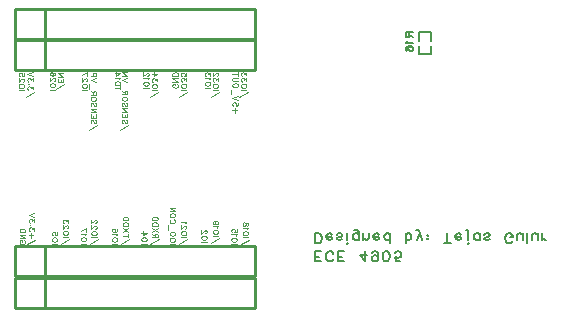
<source format=gbo>
G04 Layer: BottomSilkscreenLayer*
G04 EasyEDA Pro v2.1.42.467b0aa0, 2024-01-03 14:17:13*
G04 Gerber Generator version 0.3*
G04 Scale: 100 percent, Rotated: No, Reflected: No*
G04 Dimensions in millimeters*
G04 Leading zeros omitted, absolute positions, 3 integers and 5 decimals*
%FSLAX35Y35*%
%MOMM*%
%ADD10C,0.0762*%
%ADD11C,0.2032*%
%ADD12C,0.1524*%
%ADD13C,0.254*%
G75*


G04 Text Start*
G54D10*
G01X2711450Y795528D02*
G01X2642870Y756920D01*
G01X2696464Y832612D02*
G01X2657856Y832612D01*
G01X2677160Y813562D02*
G01X2677160Y851916D01*
G01X2702814Y874014D02*
G01X2702814Y897636D01*
G01X2685796Y884936D01*
G01Y891286D01*
G01X2683510Y895604D01*
G01X2681478Y897636D01*
G01X2675128Y899922D01*
G01X2670810D01*
G01X2664206Y897636D01*
G01X2659888Y893318D01*
G01X2657856Y886968D01*
G01Y880618D01*
G01X2659888Y874014D01*
G01X2662174Y871982D01*
G01X2666492Y869950D01*
G01X2668524Y919988D02*
G01X2666492Y917956D01*
G01X2664206Y919988D01*
G01X2666492Y922020D01*
G01X2668524Y919988D01*
G01X2702814Y944118D02*
G01X2702814Y967740D01*
G01X2685796Y955040D01*
G01Y961390D01*
G01X2683510Y965708D01*
G01X2681478Y967740D01*
G01X2675128Y970026D01*
G01X2670810D01*
G01X2664206Y967740D01*
G01X2659888Y963422D01*
G01X2657856Y957072D01*
G01Y950722D01*
G01X2659888Y944118D01*
G01X2662174Y942086D01*
G01X2666492Y940054D01*
G01X2702814Y988060D02*
G01X2657856Y1005078D01*
G01X2702814Y1022350D02*
G01X2657856Y1005078D01*
G01X2614676Y791718D02*
G01X2618994Y789432D01*
G01X2623312Y785114D01*
G01X2625344Y780796D01*
G01Y772414D01*
G01X2623312Y768096D01*
G01X2618994Y763778D01*
G01X2614676Y761492D01*
G01X2608326Y759460D01*
G01X2597658D01*
G01X2591054Y761492D01*
G01X2586736Y763778D01*
G01X2582418Y768096D01*
G01X2580386Y772414D01*
G01Y780796D01*
G01X2582418Y785114D01*
G01X2586736Y789432D01*
G01X2591054Y791718D01*
G01X2597658D01*
G01X2597658Y780796D02*
G01X2597658Y791718D01*
G01X2625344Y809752D02*
G01X2580386Y809752D01*
G01X2625344Y809752D02*
G01X2580386Y839724D01*
G01X2625344Y839724D02*
G01X2580386Y839724D01*
G01X2625344Y857758D02*
G01X2580386Y857758D01*
G01X2625344Y857758D02*
G01X2625344Y872744D01*
G01X2623312Y879094D01*
G01X2618994Y883412D01*
G01X2614676Y885444D01*
G01X2608326Y887730D01*
G01X2597658D01*
G01X2591054Y885444D01*
G01X2586736Y883412D01*
G01X2582418Y879094D01*
G01X2580386Y872744D01*
G01Y857758D01*
G01X2897759Y762508D02*
G01X2852801Y762508D01*
G01X2897759Y793242D02*
G01X2895727Y788924D01*
G01X2891409Y784606D01*
G01X2887091Y782574D01*
G01X2880741Y780542D01*
G01X2870073D01*
G01X2863469Y782574D01*
G01X2859151Y784606D01*
G01X2854833Y788924D01*
G01X2852801Y793242D01*
G01Y801878D01*
G01X2854833Y806196D01*
G01X2859151Y810514D01*
G01X2863469Y812546D01*
G01X2870073Y814832D01*
G01X2880741D01*
G01X2887091Y812546D01*
G01X2891409Y810514D01*
G01X2895727Y806196D01*
G01X2897759Y801878D01*
G01Y793242D01*
G01X2897759Y858520D02*
G01X2897759Y836930D01*
G01X2878455Y834898D01*
G01X2880741Y836930D01*
G01X2882773Y843534D01*
G01Y849884D01*
G01X2880741Y856234D01*
G01X2876423Y860552D01*
G01X2870073Y862838D01*
G01X2865755D01*
G01X2859151Y860552D01*
G01X2854833Y856234D01*
G01X2852801Y849884D01*
G01Y843534D01*
G01X2854833Y836930D01*
G01X2857119Y834898D01*
G01X2861437Y832866D01*
G01X2999740Y800608D02*
G01X2931160Y762000D01*
G01X2991104Y818642D02*
G01X2946146Y818642D01*
G01X2991104Y849376D02*
G01X2989072Y845058D01*
G01X2984754Y840740D01*
G01X2980436Y838708D01*
G01X2974086Y836676D01*
G01X2963418D01*
G01X2956814Y838708D01*
G01X2952496Y840740D01*
G01X2948178Y845058D01*
G01X2946146Y849376D01*
G01Y858012D01*
G01X2948178Y862330D01*
G01X2952496Y866648D01*
G01X2956814Y868680D01*
G01X2963418Y870966D01*
G01X2974086D01*
G01X2980436Y868680D01*
G01X2984754Y866648D01*
G01X2989072Y862330D01*
G01X2991104Y858012D01*
G01Y849376D01*
G01X2980436Y891032D02*
G01X2982468Y891032D01*
G01X2986786Y893064D01*
G01X2989072Y895350D01*
G01X2991104Y899668D01*
G01Y908050D01*
G01X2989072Y912368D01*
G01X2986786Y914654D01*
G01X2982468Y916686D01*
G01X2978404D01*
G01X2974086Y914654D01*
G01X2967482Y910336D01*
G01X2946146Y889000D01*
G01Y918972D01*
G01X2991104Y941070D02*
G01X2991104Y964692D01*
G01X2974086Y951992D01*
G01Y958342D01*
G01X2971800Y962660D01*
G01X2969768Y964692D01*
G01X2963418Y966978D01*
G01X2959100D01*
G01X2952496Y964692D01*
G01X2948178Y960374D01*
G01X2946146Y954024D01*
G01Y947674D01*
G01X2948178Y941070D01*
G01X2950464Y939038D01*
G01X2954782Y937006D01*
G01X3142869Y763778D02*
G01X3097911Y763778D01*
G01X3142869Y794512D02*
G01X3140837Y790194D01*
G01X3136519Y785876D01*
G01X3132201Y783844D01*
G01X3125851Y781812D01*
G01X3115183D01*
G01X3108579Y783844D01*
G01X3104261Y785876D01*
G01X3099943Y790194D01*
G01X3097911Y794512D01*
G01Y803148D01*
G01X3099943Y807466D01*
G01X3104261Y811784D01*
G01X3108579Y813816D01*
G01X3115183Y816102D01*
G01X3125851D01*
G01X3132201Y813816D01*
G01X3136519Y811784D01*
G01X3140837Y807466D01*
G01X3142869Y803148D01*
G01Y794512D01*
G01X3134233Y834136D02*
G01X3136519Y838200D01*
G01X3142869Y844804D01*
G01X3097911D01*
G01X3142869Y892810D02*
G01X3097911Y871220D01*
G01X3142869Y862838D02*
G01X3142869Y892810D01*
G01X3241040Y799338D02*
G01X3172460Y760730D01*
G01X3232404Y817372D02*
G01X3187446Y817372D01*
G01X3232404Y848106D02*
G01X3230372Y843788D01*
G01X3226054Y839470D01*
G01X3221736Y837438D01*
G01X3215386Y835406D01*
G01X3204718D01*
G01X3198114Y837438D01*
G01X3193796Y839470D01*
G01X3189478Y843788D01*
G01X3187446Y848106D01*
G01Y856742D01*
G01X3189478Y861060D01*
G01X3193796Y865378D01*
G01X3198114Y867410D01*
G01X3204718Y869696D01*
G01X3215386D01*
G01X3221736Y867410D01*
G01X3226054Y865378D01*
G01X3230372Y861060D01*
G01X3232404Y856742D01*
G01Y848106D01*
G01X3221736Y889762D02*
G01X3223768Y889762D01*
G01X3228086Y891794D01*
G01X3230372Y894080D01*
G01X3232404Y898398D01*
G01Y906780D01*
G01X3230372Y911098D01*
G01X3228086Y913384D01*
G01X3223768Y915416D01*
G01X3219704D01*
G01X3215386Y913384D01*
G01X3208782Y909066D01*
G01X3187446Y887730D01*
G01Y917702D01*
G01X3221736Y937768D02*
G01X3223768Y937768D01*
G01X3228086Y939800D01*
G01X3230372Y942086D01*
G01X3232404Y946404D01*
G01Y954786D01*
G01X3230372Y959104D01*
G01X3228086Y961390D01*
G01X3223768Y963422D01*
G01X3219704D01*
G01X3215386Y961390D01*
G01X3208782Y957072D01*
G01X3187446Y935736D01*
G01Y965708D01*
G01X3407029Y762508D02*
G01X3362071Y762508D01*
G01X3407029Y793242D02*
G01X3404997Y788924D01*
G01X3400679Y784606D01*
G01X3396361Y782574D01*
G01X3390011Y780542D01*
G01X3379343D01*
G01X3372739Y782574D01*
G01X3368421Y784606D01*
G01X3364103Y788924D01*
G01X3362071Y793242D01*
G01Y801878D01*
G01X3364103Y806196D01*
G01X3368421Y810514D01*
G01X3372739Y812546D01*
G01X3379343Y814832D01*
G01X3390011D01*
G01X3396361Y812546D01*
G01X3400679Y810514D01*
G01X3404997Y806196D01*
G01X3407029Y801878D01*
G01Y793242D01*
G01X3398393Y832866D02*
G01X3400679Y836930D01*
G01X3407029Y843534D01*
G01X3362071D01*
G01X3400679Y887222D02*
G01X3404997Y884936D01*
G01X3407029Y878586D01*
G01Y874268D01*
G01X3404997Y867918D01*
G01X3398393Y863600D01*
G01X3387725Y861568D01*
G01X3377057D01*
G01X3368421Y863600D01*
G01X3364103Y867918D01*
G01X3362071Y874268D01*
G01Y876554D01*
G01X3364103Y882904D01*
G01X3368421Y887222D01*
G01X3375025Y889254D01*
G01X3377057D01*
G01X3383407Y887222D01*
G01X3387725Y882904D01*
G01X3390011Y876554D01*
G01Y874268D01*
G01X3387725Y867918D01*
G01X3383407Y863600D01*
G01X3377057Y861568D01*
G01X3505200Y798068D02*
G01X3436620Y759460D01*
G01X3496564Y831088D02*
G01X3451606Y831088D01*
G01X3496564Y816102D02*
G01X3496564Y846074D01*
G01X3496564Y864108D02*
G01X3451606Y894080D01*
G01X3496564Y894080D02*
G01X3451606Y864108D01*
G01X3496564Y912114D02*
G01X3451606Y912114D01*
G01X3496564Y912114D02*
G01X3496564Y927100D01*
G01X3494532Y933450D01*
G01X3490214Y937768D01*
G01X3485896Y939800D01*
G01X3479546Y942086D01*
G01X3468878D01*
G01X3462274Y939800D01*
G01X3457956Y937768D01*
G01X3453638Y933450D01*
G01X3451606Y927100D01*
G01Y912114D01*
G01X3496564Y972820D02*
G01X3494532Y966470D01*
G01X3487928Y962152D01*
G01X3477260Y960120D01*
G01X3470910D01*
G01X3460242Y962152D01*
G01X3453638Y966470D01*
G01X3451606Y972820D01*
G01Y977138D01*
G01X3453638Y983488D01*
G01X3460242Y987806D01*
G01X3470910Y990092D01*
G01X3477260D01*
G01X3487928Y987806D01*
G01X3494532Y983488D01*
G01X3496564Y977138D01*
G01Y972820D01*
G01X3655949Y763778D02*
G01X3610991Y763778D01*
G01X3655949Y794512D02*
G01X3653917Y790194D01*
G01X3649599Y785876D01*
G01X3645281Y783844D01*
G01X3638931Y781812D01*
G01X3628263D01*
G01X3621659Y783844D01*
G01X3617341Y785876D01*
G01X3613023Y790194D01*
G01X3610991Y794512D01*
G01Y803148D01*
G01X3613023Y807466D01*
G01X3617341Y811784D01*
G01X3621659Y813816D01*
G01X3628263Y816102D01*
G01X3638931D01*
G01X3645281Y813816D01*
G01X3649599Y811784D01*
G01X3653917Y807466D01*
G01X3655949Y803148D01*
G01Y794512D01*
G01X3655949Y855472D02*
G01X3625977Y834136D01*
G01Y866140D01*
G01X3655949Y855472D02*
G01X3610991Y855472D01*
G01X3756660Y798068D02*
G01X3688080Y759460D01*
G01X3748024Y816102D02*
G01X3703066Y816102D01*
G01X3748024Y816102D02*
G01X3748024Y835152D01*
G01X3745992Y841756D01*
G01X3743706Y843788D01*
G01X3739388Y846074D01*
G01X3735324D01*
G01X3731006Y843788D01*
G01X3728720Y841756D01*
G01X3726688Y835152D01*
G01Y816102D01*
G01X3726688Y831088D02*
G01X3703066Y846074D01*
G01X3748024Y864108D02*
G01X3703066Y894080D01*
G01X3748024Y894080D02*
G01X3703066Y864108D01*
G01X3748024Y912114D02*
G01X3703066Y912114D01*
G01X3748024Y912114D02*
G01X3748024Y927100D01*
G01X3745992Y933450D01*
G01X3741674Y937768D01*
G01X3737356Y939800D01*
G01X3731006Y942086D01*
G01X3720338D01*
G01X3713734Y939800D01*
G01X3709416Y937768D01*
G01X3705098Y933450D01*
G01X3703066Y927100D01*
G01Y912114D01*
G01X3748024Y972820D02*
G01X3745992Y966470D01*
G01X3739388Y962152D01*
G01X3728720Y960120D01*
G01X3722370D01*
G01X3711702Y962152D01*
G01X3705098Y966470D01*
G01X3703066Y972820D01*
G01Y977138D01*
G01X3705098Y983488D01*
G01X3711702Y987806D01*
G01X3722370Y990092D01*
G01X3728720D01*
G01X3739388Y987806D01*
G01X3745992Y983488D01*
G01X3748024Y977138D01*
G01Y972820D01*
G01X3895344Y760730D02*
G01X3850386Y760730D01*
G01X3895344Y791464D02*
G01X3893312Y787146D01*
G01X3888994Y782828D01*
G01X3884676Y780796D01*
G01X3878326Y778764D01*
G01X3867658D01*
G01X3861054Y780796D01*
G01X3856736Y782828D01*
G01X3852418Y787146D01*
G01X3850386Y791464D01*
G01Y800100D01*
G01X3852418Y804418D01*
G01X3856736Y808736D01*
G01X3861054Y810768D01*
G01X3867658Y813054D01*
G01X3878326D01*
G01X3884676Y810768D01*
G01X3888994Y808736D01*
G01X3893312Y804418D01*
G01X3895344Y800100D01*
G01Y791464D01*
G01X3895344Y843788D02*
G01X3893312Y837438D01*
G01X3886708Y833120D01*
G01X3876040Y831088D01*
G01X3869690D01*
G01X3859022Y833120D01*
G01X3852418Y837438D01*
G01X3850386Y843788D01*
G01Y848106D01*
G01X3852418Y854456D01*
G01X3859022Y858774D01*
G01X3869690Y861060D01*
G01X3876040D01*
G01X3886708Y858774D01*
G01X3893312Y854456D01*
G01X3895344Y848106D01*
G01Y843788D01*
G01X3835400Y879094D02*
G01X3835400Y917448D01*
G01X3884676Y967486D02*
G01X3888994Y965454D01*
G01X3893312Y961136D01*
G01X3895344Y956818D01*
G01Y948182D01*
G01X3893312Y943864D01*
G01X3888994Y939546D01*
G01X3884676Y937514D01*
G01X3878326Y935482D01*
G01X3867658D01*
G01X3861054Y937514D01*
G01X3856736Y939546D01*
G01X3852418Y943864D01*
G01X3850386Y948182D01*
G01Y956818D01*
G01X3852418Y961136D01*
G01X3856736Y965454D01*
G01X3861054Y967486D01*
G01X3895344Y998220D02*
G01X3893312Y993902D01*
G01X3888994Y989584D01*
G01X3884676Y987552D01*
G01X3878326Y985520D01*
G01X3867658D01*
G01X3861054Y987552D01*
G01X3856736Y989584D01*
G01X3852418Y993902D01*
G01X3850386Y998220D01*
G01Y1006856D01*
G01X3852418Y1011174D01*
G01X3856736Y1015492D01*
G01X3861054Y1017524D01*
G01X3867658Y1019810D01*
G01X3878326D01*
G01X3884676Y1017524D01*
G01X3888994Y1015492D01*
G01X3893312Y1011174D01*
G01X3895344Y1006856D01*
G01Y998220D01*
G01X3895344Y1037844D02*
G01X3850386Y1037844D01*
G01X3895344Y1037844D02*
G01X3850386Y1067816D01*
G01X3895344Y1067816D02*
G01X3850386Y1067816D01*
G01X4000500Y799338D02*
G01X3931920Y760730D01*
G01X3991864Y817372D02*
G01X3946906Y817372D01*
G01X3991864Y848106D02*
G01X3989832Y843788D01*
G01X3985514Y839470D01*
G01X3981196Y837438D01*
G01X3974846Y835406D01*
G01X3964178D01*
G01X3957574Y837438D01*
G01X3953256Y839470D01*
G01X3948938Y843788D01*
G01X3946906Y848106D01*
G01Y856742D01*
G01X3948938Y861060D01*
G01X3953256Y865378D01*
G01X3957574Y867410D01*
G01X3964178Y869696D01*
G01X3974846D01*
G01X3981196Y867410D01*
G01X3985514Y865378D01*
G01X3989832Y861060D01*
G01X3991864Y856742D01*
G01Y848106D01*
G01X3981196Y889762D02*
G01X3983228Y889762D01*
G01X3987546Y891794D01*
G01X3989832Y894080D01*
G01X3991864Y898398D01*
G01Y906780D01*
G01X3989832Y911098D01*
G01X3987546Y913384D01*
G01X3983228Y915416D01*
G01X3979164D01*
G01X3974846Y913384D01*
G01X3968242Y909066D01*
G01X3946906Y887730D01*
G01Y917702D01*
G01X3983228Y935736D02*
G01X3985514Y939800D01*
G01X3991864Y946404D01*
G01X3946906D01*
G01X4164128Y776657D02*
G01X4119170Y776657D01*
G01X4164128Y807391D02*
G01X4162096Y803073D01*
G01X4157778Y798755D01*
G01X4153460Y796723D01*
G01X4147110Y794691D01*
G01X4136442D01*
G01X4129838Y796723D01*
G01X4125520Y798755D01*
G01X4121202Y803073D01*
G01X4119170Y807391D01*
G01Y816027D01*
G01X4121202Y820345D01*
G01X4125520Y824663D01*
G01X4129838Y826695D01*
G01X4136442Y828981D01*
G01X4147110D01*
G01X4153460Y826695D01*
G01X4157778Y824663D01*
G01X4162096Y820345D01*
G01X4164128Y816027D01*
G01Y807391D01*
G01X4153460Y849047D02*
G01X4155492Y849047D01*
G01X4159810Y851079D01*
G01X4162096Y853365D01*
G01X4164128Y857683D01*
G01Y866065D01*
G01X4162096Y870383D01*
G01X4159810Y872669D01*
G01X4155492Y874701D01*
G01X4151428D01*
G01X4147110Y872669D01*
G01X4140506Y868351D01*
G01X4119170Y847015D01*
G01Y876987D01*
G01X4269740Y809498D02*
G01X4201160Y770890D01*
G01X4261104Y827532D02*
G01X4216146Y827532D01*
G01X4261104Y858266D02*
G01X4259072Y853948D01*
G01X4254754Y849630D01*
G01X4250436Y847598D01*
G01X4244086Y845566D01*
G01X4233418D01*
G01X4226814Y847598D01*
G01X4222496Y849630D01*
G01X4218178Y853948D01*
G01X4216146Y858266D01*
G01Y866902D01*
G01X4218178Y871220D01*
G01X4222496Y875538D01*
G01X4226814Y877570D01*
G01X4233418Y879856D01*
G01X4244086D01*
G01X4250436Y877570D01*
G01X4254754Y875538D01*
G01X4259072Y871220D01*
G01X4261104Y866902D01*
G01Y858266D01*
G01X4252468Y897890D02*
G01X4254754Y901954D01*
G01X4261104Y908558D01*
G01X4216146D01*
G01X4246118Y954278D02*
G01X4239768Y952246D01*
G01X4235450Y947928D01*
G01X4233418Y941578D01*
G01Y939292D01*
G01X4235450Y932942D01*
G01X4239768Y928624D01*
G01X4246118Y926592D01*
G01X4248404D01*
G01X4254754Y928624D01*
G01X4259072Y932942D01*
G01X4261104Y939292D01*
G01Y941578D01*
G01X4259072Y947928D01*
G01X4254754Y952246D01*
G01X4246118Y954278D01*
G01X4235450D01*
G01X4224782Y952246D01*
G01X4218178Y947928D01*
G01X4216146Y941578D01*
G01Y937260D01*
G01X4218178Y930656D01*
G01X4222496Y928624D01*
G01X4417949Y759968D02*
G01X4372991Y759968D01*
G01X4417949Y790702D02*
G01X4415917Y786384D01*
G01X4411599Y782066D01*
G01X4407281Y780034D01*
G01X4400931Y778002D01*
G01X4390263D01*
G01X4383659Y780034D01*
G01X4379341Y782066D01*
G01X4375023Y786384D01*
G01X4372991Y790702D01*
G01Y799338D01*
G01X4375023Y803656D01*
G01X4379341Y807974D01*
G01X4383659Y810006D01*
G01X4390263Y812292D01*
G01X4400931D01*
G01X4407281Y810006D01*
G01X4411599Y807974D01*
G01X4415917Y803656D01*
G01X4417949Y799338D01*
G01Y790702D01*
G01X4409313Y830326D02*
G01X4411599Y834390D01*
G01X4417949Y840994D01*
G01X4372991D01*
G01X4417949Y884682D02*
G01X4417949Y863092D01*
G01X4398645Y861060D01*
G01X4400931Y863092D01*
G01X4402963Y869696D01*
G01Y876046D01*
G01X4400931Y882396D01*
G01X4396613Y886714D01*
G01X4390263Y889000D01*
G01X4385945D01*
G01X4379341Y886714D01*
G01X4375023Y882396D01*
G01X4372991Y876046D01*
G01Y869696D01*
G01X4375023Y863092D01*
G01X4377309Y861060D01*
G01X4381627Y859028D01*
G01X4521200Y796798D02*
G01X4452620Y758190D01*
G01X4512564Y814832D02*
G01X4467606Y814832D01*
G01X4512564Y845566D02*
G01X4510532Y841248D01*
G01X4506214Y836930D01*
G01X4501896Y834898D01*
G01X4495546Y832866D01*
G01X4484878D01*
G01X4478274Y834898D01*
G01X4473956Y836930D01*
G01X4469638Y841248D01*
G01X4467606Y845566D01*
G01Y854202D01*
G01X4469638Y858520D01*
G01X4473956Y862838D01*
G01X4478274Y864870D01*
G01X4484878Y867156D01*
G01X4495546D01*
G01X4501896Y864870D01*
G01X4506214Y862838D01*
G01X4510532Y858520D01*
G01X4512564Y854202D01*
G01Y845566D01*
G01X4503928Y885190D02*
G01X4506214Y889254D01*
G01X4512564Y895858D01*
G01X4467606D01*
G01X4512564Y924560D02*
G01X4510532Y917956D01*
G01X4506214Y915924D01*
G01X4501896D01*
G01X4497578Y917956D01*
G01X4495546Y922274D01*
G01X4493260Y930910D01*
G01X4491228Y937260D01*
G01X4486910Y941578D01*
G01X4482592Y943864D01*
G01X4476242D01*
G01X4471924Y941578D01*
G01X4469638Y939546D01*
G01X4467606Y932942D01*
G01Y924560D01*
G01X4469638Y917956D01*
G01X4471924Y915924D01*
G01X4476242Y913892D01*
G01X4482592D01*
G01X4486910Y915924D01*
G01X4491228Y920242D01*
G01X4493260Y926592D01*
G01X4495546Y935228D01*
G01X4497578Y939546D01*
G01X4501896Y941578D01*
G01X4506214D01*
G01X4510532Y939546D01*
G01X4512564Y932942D01*
G01Y924560D01*
G01X2617724Y2062480D02*
G01X2572766Y2062480D01*
G01X2617724Y2093214D02*
G01X2615692Y2088896D01*
G01X2611374Y2084578D01*
G01X2607056Y2082546D01*
G01X2600706Y2080514D01*
G01X2590038D01*
G01X2583434Y2082546D01*
G01X2579116Y2084578D01*
G01X2574798Y2088896D01*
G01X2572766Y2093214D01*
G01Y2101850D01*
G01X2574798Y2106168D01*
G01X2579116Y2110486D01*
G01X2583434Y2112518D01*
G01X2590038Y2114804D01*
G01X2600706D01*
G01X2607056Y2112518D01*
G01X2611374Y2110486D01*
G01X2615692Y2106168D01*
G01X2617724Y2101850D01*
G01Y2093214D01*
G01X2607056Y2134870D02*
G01X2609088Y2134870D01*
G01X2613406Y2136902D01*
G01X2615692Y2139188D01*
G01X2617724Y2143506D01*
G01Y2151888D01*
G01X2615692Y2156206D01*
G01X2613406Y2158492D01*
G01X2609088Y2160524D01*
G01X2605024D01*
G01X2600706Y2158492D01*
G01X2594102Y2154174D01*
G01X2572766Y2132838D01*
G01Y2162810D01*
G01X2617724Y2206498D02*
G01X2617724Y2184908D01*
G01X2598420Y2182876D01*
G01X2600706Y2184908D01*
G01X2602738Y2191512D01*
G01Y2197862D01*
G01X2600706Y2204212D01*
G01X2596388Y2208530D01*
G01X2590038Y2210816D01*
G01X2585720D01*
G01X2579116Y2208530D01*
G01X2574798Y2204212D01*
G01X2572766Y2197862D01*
G01Y2191512D01*
G01X2574798Y2184908D01*
G01X2577084Y2182876D01*
G01X2581402Y2180844D01*
G01X2700020Y2046478D02*
G01X2631440Y2007870D01*
G01X2691384Y2068576D02*
G01X2691384Y2092198D01*
G01X2674366Y2079498D01*
G01Y2085848D01*
G01X2672080Y2090166D01*
G01X2670048Y2092198D01*
G01X2663698Y2094484D01*
G01X2659380D01*
G01X2652776Y2092198D01*
G01X2648458Y2087880D01*
G01X2646426Y2081530D01*
G01Y2075180D01*
G01X2648458Y2068576D01*
G01X2650744Y2066544D01*
G01X2655062Y2064512D01*
G01X2657094Y2114550D02*
G01X2655062Y2112518D01*
G01X2652776Y2114550D01*
G01X2655062Y2116582D01*
G01X2657094Y2114550D01*
G01X2691384Y2138680D02*
G01X2691384Y2162302D01*
G01X2674366Y2149602D01*
G01Y2155952D01*
G01X2672080Y2160270D01*
G01X2670048Y2162302D01*
G01X2663698Y2164588D01*
G01X2659380D01*
G01X2652776Y2162302D01*
G01X2648458Y2157984D01*
G01X2646426Y2151634D01*
G01Y2145284D01*
G01X2648458Y2138680D01*
G01X2650744Y2136648D01*
G01X2655062Y2134616D01*
G01X2691384Y2182622D02*
G01X2646426Y2199640D01*
G01X2691384Y2216912D02*
G01X2646426Y2199640D01*
G01X2881884Y2067560D02*
G01X2836926Y2067560D01*
G01X2881884Y2098294D02*
G01X2879852Y2093976D01*
G01X2875534Y2089658D01*
G01X2871216Y2087626D01*
G01X2864866Y2085594D01*
G01X2854198D01*
G01X2847594Y2087626D01*
G01X2843276Y2089658D01*
G01X2838958Y2093976D01*
G01X2836926Y2098294D01*
G01Y2106930D01*
G01X2838958Y2111248D01*
G01X2843276Y2115566D01*
G01X2847594Y2117598D01*
G01X2854198Y2119884D01*
G01X2864866D01*
G01X2871216Y2117598D01*
G01X2875534Y2115566D01*
G01X2879852Y2111248D01*
G01X2881884Y2106930D01*
G01Y2098294D01*
G01X2871216Y2139950D02*
G01X2873248Y2139950D01*
G01X2877566Y2141982D01*
G01X2879852Y2144268D01*
G01X2881884Y2148586D01*
G01Y2156968D01*
G01X2879852Y2161286D01*
G01X2877566Y2163572D01*
G01X2873248Y2165604D01*
G01X2869184D01*
G01X2864866Y2163572D01*
G01X2858262Y2159254D01*
G01X2836926Y2137918D01*
G01Y2167890D01*
G01X2875534Y2211578D02*
G01X2879852Y2209292D01*
G01X2881884Y2202942D01*
G01Y2198624D01*
G01X2879852Y2192274D01*
G01X2873248Y2187956D01*
G01X2862580Y2185924D01*
G01X2851912D01*
G01X2843276Y2187956D01*
G01X2838958Y2192274D01*
G01X2836926Y2198624D01*
G01Y2200910D01*
G01X2838958Y2207260D01*
G01X2843276Y2211578D01*
G01X2849880Y2213610D01*
G01X2851912D01*
G01X2858262Y2211578D01*
G01X2862580Y2207260D01*
G01X2864866Y2200910D01*
G01Y2198624D01*
G01X2862580Y2192274D01*
G01X2858262Y2187956D01*
G01X2851912Y2185924D01*
G01X2959100Y2113788D02*
G01X2890520Y2075180D01*
G01X2950464Y2131822D02*
G01X2905506Y2131822D01*
G01X2950464Y2131822D02*
G01X2950464Y2159508D01*
G01X2929128Y2131822D02*
G01X2929128Y2148840D01*
G01X2905506Y2131822D02*
G01X2905506Y2159508D01*
G01X2950464Y2177542D02*
G01X2905506Y2177542D01*
G01X2950464Y2177542D02*
G01X2905506Y2207514D01*
G01X2950464Y2207514D02*
G01X2905506Y2207514D01*
G01X3152394Y2063750D02*
G01X3107436Y2063750D01*
G01X3152394Y2094484D02*
G01X3150362Y2090166D01*
G01X3146044Y2085848D01*
G01X3141726Y2083816D01*
G01X3135376Y2081784D01*
G01X3124708D01*
G01X3118104Y2083816D01*
G01X3113786Y2085848D01*
G01X3109468Y2090166D01*
G01X3107436Y2094484D01*
G01Y2103120D01*
G01X3109468Y2107438D01*
G01X3113786Y2111756D01*
G01X3118104Y2113788D01*
G01X3124708Y2116074D01*
G01X3135376D01*
G01X3141726Y2113788D01*
G01X3146044Y2111756D01*
G01X3150362Y2107438D01*
G01X3152394Y2103120D01*
G01Y2094484D01*
G01X3141726Y2136140D02*
G01X3143758Y2136140D01*
G01X3148076Y2138172D01*
G01X3150362Y2140458D01*
G01X3152394Y2144776D01*
G01Y2153158D01*
G01X3150362Y2157476D01*
G01X3148076Y2159762D01*
G01X3143758Y2161794D01*
G01X3139694D01*
G01X3135376Y2159762D01*
G01X3128772Y2155444D01*
G01X3107436Y2134108D01*
G01Y2164080D01*
G01X3152394Y2212086D02*
G01X3107436Y2190496D01*
G01X3152394Y2182114D02*
G01X3152394Y2212086D01*
G01X3234690Y1764538D02*
G01X3166110Y1725930D01*
G01X3219704Y1812544D02*
G01X3224022Y1808226D01*
G01X3226054Y1801622D01*
G01Y1793240D01*
G01X3224022Y1786636D01*
G01X3219704Y1782572D01*
G01X3215386D01*
G01X3211068Y1784604D01*
G01X3209036Y1786636D01*
G01X3206750Y1790954D01*
G01X3202432Y1803908D01*
G01X3200400Y1808226D01*
G01X3198368Y1810258D01*
G01X3194050Y1812544D01*
G01X3187446D01*
G01X3183128Y1808226D01*
G01X3181096Y1801622D01*
G01Y1793240D01*
G01X3183128Y1786636D01*
G01X3187446Y1782572D01*
G01X3226054Y1830578D02*
G01X3181096Y1830578D01*
G01X3226054Y1830578D02*
G01X3226054Y1858264D01*
G01X3204718Y1830578D02*
G01X3204718Y1847596D01*
G01X3181096Y1830578D02*
G01X3181096Y1858264D01*
G01X3226054Y1876298D02*
G01X3181096Y1876298D01*
G01X3226054Y1876298D02*
G01X3181096Y1906270D01*
G01X3226054Y1906270D02*
G01X3181096Y1906270D01*
G01X3219704Y1954276D02*
G01X3224022Y1949958D01*
G01X3226054Y1943354D01*
G01Y1934972D01*
G01X3224022Y1928368D01*
G01X3219704Y1924304D01*
G01X3215386D01*
G01X3211068Y1926336D01*
G01X3209036Y1928368D01*
G01X3206750Y1932686D01*
G01X3202432Y1945640D01*
G01X3200400Y1949958D01*
G01X3198368Y1951990D01*
G01X3194050Y1954276D01*
G01X3187446D01*
G01X3183128Y1949958D01*
G01X3181096Y1943354D01*
G01Y1934972D01*
G01X3183128Y1928368D01*
G01X3187446Y1924304D01*
G01X3226054Y1985010D02*
G01X3224022Y1980692D01*
G01X3219704Y1976374D01*
G01X3215386Y1974342D01*
G01X3209036Y1972310D01*
G01X3198368D01*
G01X3191764Y1974342D01*
G01X3187446Y1976374D01*
G01X3183128Y1980692D01*
G01X3181096Y1985010D01*
G01Y1993646D01*
G01X3183128Y1997964D01*
G01X3187446Y2002282D01*
G01X3191764Y2004314D01*
G01X3198368Y2006600D01*
G01X3209036D01*
G01X3215386Y2004314D01*
G01X3219704Y2002282D01*
G01X3224022Y1997964D01*
G01X3226054Y1993646D01*
G01Y1985010D01*
G01X3226054Y2024634D02*
G01X3181096Y2024634D01*
G01X3226054Y2024634D02*
G01X3226054Y2043684D01*
G01X3224022Y2050288D01*
G01X3221736Y2052320D01*
G01X3217418Y2054606D01*
G01X3213354D01*
G01X3209036Y2052320D01*
G01X3206750Y2050288D01*
G01X3204718Y2043684D01*
G01Y2024634D01*
G01X3204718Y2039620D02*
G01X3181096Y2054606D01*
G01X3166110Y2072640D02*
G01X3166110Y2110994D01*
G01X3226054Y2129028D02*
G01X3181096Y2146046D01*
G01X3226054Y2163318D02*
G01X3181096Y2146046D01*
G01X3226054Y2181352D02*
G01X3181096Y2181352D01*
G01X3226054Y2181352D02*
G01X3226054Y2200402D01*
G01X3224022Y2207006D01*
G01X3221736Y2209038D01*
G01X3217418Y2211324D01*
G01X3211068D01*
G01X3206750Y2209038D01*
G01X3204718Y2207006D01*
G01X3202432Y2200402D01*
G01Y2181352D01*
G01X3429254Y2084070D02*
G01X3384296Y2084070D01*
G01X3429254Y2114804D02*
G01X3427222Y2110486D01*
G01X3422904Y2106168D01*
G01X3418586Y2104136D01*
G01X3412236Y2102104D01*
G01X3401568D01*
G01X3394964Y2104136D01*
G01X3390646Y2106168D01*
G01X3386328Y2110486D01*
G01X3384296Y2114804D01*
G01Y2123440D01*
G01X3386328Y2127758D01*
G01X3390646Y2132076D01*
G01X3394964Y2134108D01*
G01X3401568Y2136394D01*
G01X3412236D01*
G01X3418586Y2134108D01*
G01X3422904Y2132076D01*
G01X3427222Y2127758D01*
G01X3429254Y2123440D01*
G01Y2114804D01*
G01X3420618Y2154428D02*
G01X3422904Y2158492D01*
G01X3429254Y2165096D01*
G01X3384296D01*
G01X3429254Y2204466D02*
G01X3399282Y2183130D01*
G01Y2215134D01*
G01X3429254Y2204466D02*
G01X3384296Y2204466D01*
G01X3500120Y1765808D02*
G01X3431540Y1727200D01*
G01X3485134Y1813814D02*
G01X3489452Y1809496D01*
G01X3491484Y1802892D01*
G01Y1794510D01*
G01X3489452Y1787906D01*
G01X3485134Y1783842D01*
G01X3480816D01*
G01X3476498Y1785874D01*
G01X3474466Y1787906D01*
G01X3472180Y1792224D01*
G01X3467862Y1805178D01*
G01X3465830Y1809496D01*
G01X3463798Y1811528D01*
G01X3459480Y1813814D01*
G01X3452876D01*
G01X3448558Y1809496D01*
G01X3446526Y1802892D01*
G01Y1794510D01*
G01X3448558Y1787906D01*
G01X3452876Y1783842D01*
G01X3491484Y1831848D02*
G01X3446526Y1831848D01*
G01X3491484Y1831848D02*
G01X3491484Y1859534D01*
G01X3470148Y1831848D02*
G01X3470148Y1848866D01*
G01X3446526Y1831848D02*
G01X3446526Y1859534D01*
G01X3491484Y1877568D02*
G01X3446526Y1877568D01*
G01X3491484Y1877568D02*
G01X3446526Y1907540D01*
G01X3491484Y1907540D02*
G01X3446526Y1907540D01*
G01X3485134Y1955546D02*
G01X3489452Y1951228D01*
G01X3491484Y1944624D01*
G01Y1936242D01*
G01X3489452Y1929638D01*
G01X3485134Y1925574D01*
G01X3480816D01*
G01X3476498Y1927606D01*
G01X3474466Y1929638D01*
G01X3472180Y1933956D01*
G01X3467862Y1946910D01*
G01X3465830Y1951228D01*
G01X3463798Y1953260D01*
G01X3459480Y1955546D01*
G01X3452876D01*
G01X3448558Y1951228D01*
G01X3446526Y1944624D01*
G01Y1936242D01*
G01X3448558Y1929638D01*
G01X3452876Y1925574D01*
G01X3491484Y1986280D02*
G01X3489452Y1981962D01*
G01X3485134Y1977644D01*
G01X3480816Y1975612D01*
G01X3474466Y1973580D01*
G01X3463798D01*
G01X3457194Y1975612D01*
G01X3452876Y1977644D01*
G01X3448558Y1981962D01*
G01X3446526Y1986280D01*
G01Y1994916D01*
G01X3448558Y1999234D01*
G01X3452876Y2003552D01*
G01X3457194Y2005584D01*
G01X3463798Y2007870D01*
G01X3474466D01*
G01X3480816Y2005584D01*
G01X3485134Y2003552D01*
G01X3489452Y1999234D01*
G01X3491484Y1994916D01*
G01Y1986280D01*
G01X3491484Y2025904D02*
G01X3446526Y2025904D01*
G01X3491484Y2025904D02*
G01X3491484Y2044954D01*
G01X3489452Y2051558D01*
G01X3487166Y2053590D01*
G01X3482848Y2055876D01*
G01X3478784D01*
G01X3474466Y2053590D01*
G01X3472180Y2051558D01*
G01X3470148Y2044954D01*
G01Y2025904D01*
G01X3470148Y2040890D02*
G01X3446526Y2055876D01*
G01X3431540Y2073910D02*
G01X3431540Y2112264D01*
G01X3491484Y2130298D02*
G01X3446526Y2147316D01*
G01X3491484Y2164588D02*
G01X3446526Y2147316D01*
G01X3491484Y2182622D02*
G01X3446526Y2182622D01*
G01X3491484Y2182622D02*
G01X3446526Y2212594D01*
G01X3491484Y2212594D02*
G01X3446526Y2212594D01*
G01X3673094Y2082800D02*
G01X3628136Y2082800D01*
G01X3673094Y2113534D02*
G01X3671062Y2109216D01*
G01X3666744Y2104898D01*
G01X3662426Y2102866D01*
G01X3656076Y2100834D01*
G01X3645408D01*
G01X3638804Y2102866D01*
G01X3634486Y2104898D01*
G01X3630168Y2109216D01*
G01X3628136Y2113534D01*
G01Y2122170D01*
G01X3630168Y2126488D01*
G01X3634486Y2130806D01*
G01X3638804Y2132838D01*
G01X3645408Y2135124D01*
G01X3656076D01*
G01X3662426Y2132838D01*
G01X3666744Y2130806D01*
G01X3671062Y2126488D01*
G01X3673094Y2122170D01*
G01Y2113534D01*
G01X3664458Y2153158D02*
G01X3666744Y2157222D01*
G01X3673094Y2163826D01*
G01X3628136D01*
G01X3662426Y2183892D02*
G01X3664458Y2183892D01*
G01X3668776Y2185924D01*
G01X3671062Y2188210D01*
G01X3673094Y2192528D01*
G01Y2200910D01*
G01X3671062Y2205228D01*
G01X3668776Y2207514D01*
G01X3664458Y2209546D01*
G01X3660394D01*
G01X3656076Y2207514D01*
G01X3649472Y2203196D01*
G01X3628136Y2181860D01*
G01Y2211832D01*
G01X3754120Y2043938D02*
G01X3685540Y2005330D01*
G01X3745484Y2061972D02*
G01X3700526Y2061972D01*
G01X3745484Y2092706D02*
G01X3743452Y2088388D01*
G01X3739134Y2084070D01*
G01X3734816Y2082038D01*
G01X3728466Y2080006D01*
G01X3717798D01*
G01X3711194Y2082038D01*
G01X3706876Y2084070D01*
G01X3702558Y2088388D01*
G01X3700526Y2092706D01*
G01Y2101342D01*
G01X3702558Y2105660D01*
G01X3706876Y2109978D01*
G01X3711194Y2112010D01*
G01X3717798Y2114296D01*
G01X3728466D01*
G01X3734816Y2112010D01*
G01X3739134Y2109978D01*
G01X3743452Y2105660D01*
G01X3745484Y2101342D01*
G01Y2092706D01*
G01X3745484Y2136394D02*
G01X3745484Y2160016D01*
G01X3728466Y2147316D01*
G01Y2153666D01*
G01X3726180Y2157984D01*
G01X3724148Y2160016D01*
G01X3717798Y2162302D01*
G01X3713480D01*
G01X3706876Y2160016D01*
G01X3702558Y2155698D01*
G01X3700526Y2149348D01*
G01Y2142998D01*
G01X3702558Y2136394D01*
G01X3704844Y2134362D01*
G01X3709162Y2132330D01*
G01X3745484Y2201672D02*
G01X3715512Y2180336D01*
G01Y2212340D01*
G01X3745484Y2201672D02*
G01X3700526Y2201672D01*
G01X3908806Y2116328D02*
G01X3913124Y2114042D01*
G01X3917442Y2109724D01*
G01X3919474Y2105406D01*
G01Y2097024D01*
G01X3917442Y2092706D01*
G01X3913124Y2088388D01*
G01X3908806Y2086102D01*
G01X3902456Y2084070D01*
G01X3891788D01*
G01X3885184Y2086102D01*
G01X3880866Y2088388D01*
G01X3876548Y2092706D01*
G01X3874516Y2097024D01*
G01Y2105406D01*
G01X3876548Y2109724D01*
G01X3880866Y2114042D01*
G01X3885184Y2116328D01*
G01X3891788D01*
G01X3891788Y2105406D02*
G01X3891788Y2116328D01*
G01X3919474Y2134362D02*
G01X3874516Y2134362D01*
G01X3919474Y2134362D02*
G01X3874516Y2164334D01*
G01X3919474Y2164334D02*
G01X3874516Y2164334D01*
G01X3919474Y2182368D02*
G01X3874516Y2182368D01*
G01X3919474Y2182368D02*
G01X3919474Y2197354D01*
G01X3917442Y2203704D01*
G01X3913124Y2208022D01*
G01X3908806Y2210054D01*
G01X3902456Y2212340D01*
G01X3891788D01*
G01X3885184Y2210054D01*
G01X3880866Y2208022D01*
G01X3876548Y2203704D01*
G01X3874516Y2197354D01*
G01Y2182368D01*
G01X4000500Y2045208D02*
G01X3931920Y2006600D01*
G01X3991864Y2063242D02*
G01X3946906Y2063242D01*
G01X3991864Y2093976D02*
G01X3989832Y2089658D01*
G01X3985514Y2085340D01*
G01X3981196Y2083308D01*
G01X3974846Y2081276D01*
G01X3964178D01*
G01X3957574Y2083308D01*
G01X3953256Y2085340D01*
G01X3948938Y2089658D01*
G01X3946906Y2093976D01*
G01Y2102612D01*
G01X3948938Y2106930D01*
G01X3953256Y2111248D01*
G01X3957574Y2113280D01*
G01X3964178Y2115566D01*
G01X3974846D01*
G01X3981196Y2113280D01*
G01X3985514Y2111248D01*
G01X3989832Y2106930D01*
G01X3991864Y2102612D01*
G01Y2093976D01*
G01X3991864Y2137664D02*
G01X3991864Y2161286D01*
G01X3974846Y2148586D01*
G01Y2154936D01*
G01X3972560Y2159254D01*
G01X3970528Y2161286D01*
G01X3964178Y2163572D01*
G01X3959860D01*
G01X3953256Y2161286D01*
G01X3948938Y2156968D01*
G01X3946906Y2150618D01*
G01Y2144268D01*
G01X3948938Y2137664D01*
G01X3951224Y2135632D01*
G01X3955542Y2133600D01*
G01X3991864Y2207260D02*
G01X3991864Y2185670D01*
G01X3972560Y2183638D01*
G01X3974846Y2185670D01*
G01X3976878Y2192274D01*
G01Y2198624D01*
G01X3974846Y2204974D01*
G01X3970528Y2209292D01*
G01X3964178Y2211578D01*
G01X3959860D01*
G01X3953256Y2209292D01*
G01X3948938Y2204974D01*
G01X3946906Y2198624D01*
G01Y2192274D01*
G01X3948938Y2185670D01*
G01X3951224Y2183638D01*
G01X3955542Y2181606D01*
G01X4196334Y2082800D02*
G01X4151376Y2082800D01*
G01X4196334Y2113534D02*
G01X4194302Y2109216D01*
G01X4189984Y2104898D01*
G01X4185666Y2102866D01*
G01X4179316Y2100834D01*
G01X4168648D01*
G01X4162044Y2102866D01*
G01X4157726Y2104898D01*
G01X4153408Y2109216D01*
G01X4151376Y2113534D01*
G01Y2122170D01*
G01X4153408Y2126488D01*
G01X4157726Y2130806D01*
G01X4162044Y2132838D01*
G01X4168648Y2135124D01*
G01X4179316D01*
G01X4185666Y2132838D01*
G01X4189984Y2130806D01*
G01X4194302Y2126488D01*
G01X4196334Y2122170D01*
G01Y2113534D01*
G01X4187698Y2153158D02*
G01X4189984Y2157222D01*
G01X4196334Y2163826D01*
G01X4151376D01*
G01X4196334Y2185924D02*
G01X4196334Y2209546D01*
G01X4179316Y2196846D01*
G01Y2203196D01*
G01X4177030Y2207514D01*
G01X4174998Y2209546D01*
G01X4168648Y2211832D01*
G01X4164330D01*
G01X4157726Y2209546D01*
G01X4153408Y2205228D01*
G01X4151376Y2198878D01*
G01Y2192528D01*
G01X4153408Y2185924D01*
G01X4155694Y2183892D01*
G01X4160012Y2181860D01*
G01X4268470Y2045208D02*
G01X4199890Y2006600D01*
G01X4259834Y2063242D02*
G01X4214876Y2063242D01*
G01X4259834Y2093976D02*
G01X4257802Y2089658D01*
G01X4253484Y2085340D01*
G01X4249166Y2083308D01*
G01X4242816Y2081276D01*
G01X4232148D01*
G01X4225544Y2083308D01*
G01X4221226Y2085340D01*
G01X4216908Y2089658D01*
G01X4214876Y2093976D01*
G01Y2102612D01*
G01X4216908Y2106930D01*
G01X4221226Y2111248D01*
G01X4225544Y2113280D01*
G01X4232148Y2115566D01*
G01X4242816D01*
G01X4249166Y2113280D01*
G01X4253484Y2111248D01*
G01X4257802Y2106930D01*
G01X4259834Y2102612D01*
G01Y2093976D01*
G01X4259834Y2137664D02*
G01X4259834Y2161286D01*
G01X4242816Y2148586D01*
G01Y2154936D01*
G01X4240530Y2159254D01*
G01X4238498Y2161286D01*
G01X4232148Y2163572D01*
G01X4227830D01*
G01X4221226Y2161286D01*
G01X4216908Y2156968D01*
G01X4214876Y2150618D01*
G01Y2144268D01*
G01X4216908Y2137664D01*
G01X4219194Y2135632D01*
G01X4223512Y2133600D01*
G01X4249166Y2183638D02*
G01X4251198Y2183638D01*
G01X4255516Y2185670D01*
G01X4257802Y2187956D01*
G01X4259834Y2192274D01*
G01Y2200656D01*
G01X4257802Y2204974D01*
G01X4255516Y2207260D01*
G01X4251198Y2209292D01*
G01X4247134D01*
G01X4242816Y2207260D01*
G01X4236212Y2202942D01*
G01X4214876Y2181606D01*
G01Y2211578D01*
G01X4421124Y1891284D02*
G01X4382516Y1891284D01*
G01X4401820Y1871980D02*
G01X4401820Y1910588D01*
G01X4427474Y1954276D02*
G01X4427474Y1932686D01*
G01X4408170Y1930654D01*
G01X4410456Y1932686D01*
G01X4412488Y1939290D01*
G01Y1945640D01*
G01X4410456Y1951990D01*
G01X4406138Y1956308D01*
G01X4399788Y1958594D01*
G01X4395470D01*
G01X4388866Y1956308D01*
G01X4384548Y1951990D01*
G01X4382516Y1945640D01*
G01Y1939290D01*
G01X4384548Y1932686D01*
G01X4386834Y1930654D01*
G01X4391152Y1928622D01*
G01X4427474Y1976628D02*
G01X4382516Y1993646D01*
G01X4427474Y2010918D02*
G01X4382516Y1993646D01*
G01X4367530Y2028952D02*
G01X4367530Y2067306D01*
G01X4427474Y2098040D02*
G01X4425442Y2093722D01*
G01X4421124Y2089404D01*
G01X4416806Y2087372D01*
G01X4410456Y2085340D01*
G01X4399788D01*
G01X4393184Y2087372D01*
G01X4388866Y2089404D01*
G01X4384548Y2093722D01*
G01X4382516Y2098040D01*
G01Y2106676D01*
G01X4384548Y2110994D01*
G01X4388866Y2115312D01*
G01X4393184Y2117344D01*
G01X4399788Y2119630D01*
G01X4410456D01*
G01X4416806Y2117344D01*
G01X4421124Y2115312D01*
G01X4425442Y2110994D01*
G01X4427474Y2106676D01*
G01Y2098040D01*
G01X4427474Y2137664D02*
G01X4395470Y2137664D01*
G01X4388866Y2139696D01*
G01X4384548Y2144014D01*
G01X4382516Y2150364D01*
G01Y2154682D01*
G01X4384548Y2161032D01*
G01X4388866Y2165350D01*
G01X4395470Y2167636D01*
G01X4427474D01*
G01X4427474Y2200656D02*
G01X4382516Y2200656D01*
G01X4427474Y2185670D02*
G01X4427474Y2215642D01*
G01X4509770Y2046478D02*
G01X4441190Y2007870D01*
G01X4501134Y2064512D02*
G01X4456176Y2064512D01*
G01X4501134Y2095246D02*
G01X4499102Y2090928D01*
G01X4494784Y2086610D01*
G01X4490466Y2084578D01*
G01X4484116Y2082546D01*
G01X4473448D01*
G01X4466844Y2084578D01*
G01X4462526Y2086610D01*
G01X4458208Y2090928D01*
G01X4456176Y2095246D01*
G01Y2103882D01*
G01X4458208Y2108200D01*
G01X4462526Y2112518D01*
G01X4466844Y2114550D01*
G01X4473448Y2116836D01*
G01X4484116D01*
G01X4490466Y2114550D01*
G01X4494784Y2112518D01*
G01X4499102Y2108200D01*
G01X4501134Y2103882D01*
G01Y2095246D01*
G01X4501134Y2138934D02*
G01X4501134Y2162556D01*
G01X4484116Y2149856D01*
G01Y2156206D01*
G01X4481830Y2160524D01*
G01X4479798Y2162556D01*
G01X4473448Y2164842D01*
G01X4469130D01*
G01X4462526Y2162556D01*
G01X4458208Y2158238D01*
G01X4456176Y2151888D01*
G01Y2145538D01*
G01X4458208Y2138934D01*
G01X4460494Y2136902D01*
G01X4464812Y2134870D01*
G01X4501134Y2186940D02*
G01X4501134Y2210562D01*
G01X4484116Y2197862D01*
G01Y2204212D01*
G01X4481830Y2208530D01*
G01X4479798Y2210562D01*
G01X4473448Y2212848D01*
G01X4469130D01*
G01X4462526Y2210562D01*
G01X4458208Y2206244D01*
G01X4456176Y2199894D01*
G01Y2193544D01*
G01X4458208Y2186940D01*
G01X4460494Y2184908D01*
G01X4464812Y2182876D01*
G54D11*
G01X5078919Y612470D02*
G01X5078919Y699084D01*
G01X5078919Y612470D02*
G01X5132513Y612470D01*
G01X5078919Y653872D02*
G01X5111939Y653872D01*
G01X5078919Y699084D02*
G01X5132513Y699084D01*
G01X5234621Y633044D02*
G01X5230557Y624916D01*
G01X5222175Y616534D01*
G01X5214047Y612470D01*
G01X5197537D01*
G01X5189155Y616534D01*
G01X5181027Y624916D01*
G01X5176709Y633044D01*
G01X5172645Y645490D01*
G01Y666064D01*
G01X5176709Y678510D01*
G01X5181027Y686892D01*
G01X5189155Y695020D01*
G01X5197537Y699084D01*
G01X5214047D01*
G01X5222175Y695020D01*
G01X5230557Y686892D01*
G01X5234621Y678510D01*
G01X5274753Y612470D02*
G01X5274753Y699084D01*
G01X5274753Y612470D02*
G01X5328347Y612470D01*
G01X5274753Y653872D02*
G01X5307773Y653872D01*
G01X5274753Y699084D02*
G01X5328347Y699084D01*
G01X5502337Y612470D02*
G01X5460935Y670382D01*
G01X5522911D01*
G01X5502337Y612470D02*
G01X5502337Y699084D01*
G01X5616637Y641426D02*
G01X5612573Y653872D01*
G01X5604445Y662000D01*
G01X5591999Y666064D01*
G01X5587935D01*
G01X5575489Y662000D01*
G01X5567107Y653872D01*
G01X5563043Y641426D01*
G01Y637362D01*
G01X5567107Y624916D01*
G01X5575489Y616534D01*
G01X5587935Y612470D01*
G01X5591999D01*
G01X5604445Y616534D01*
G01X5612573Y624916D01*
G01X5616637Y641426D01*
G01Y662000D01*
G01X5612573Y682574D01*
G01X5604445Y695020D01*
G01X5591999Y699084D01*
G01X5583617D01*
G01X5571425Y695020D01*
G01X5567107Y686892D01*
G01X5681661Y612470D02*
G01X5669215Y616534D01*
G01X5660833Y628980D01*
G01X5656769Y649554D01*
G01Y662000D01*
G01X5660833Y682574D01*
G01X5669215Y695020D01*
G01X5681661Y699084D01*
G01X5689789D01*
G01X5702235Y695020D01*
G01X5710363Y682574D01*
G01X5714681Y662000D01*
G01Y649554D01*
G01X5710363Y628980D01*
G01X5702235Y616534D01*
G01X5689789Y612470D01*
G01X5681661D01*
G01X5804343Y612470D02*
G01X5763195Y612470D01*
G01X5758877Y649554D01*
G01X5763195Y645490D01*
G01X5775387Y641426D01*
G01X5787833D01*
G01X5800279Y645490D01*
G01X5808407Y653872D01*
G01X5812725Y666064D01*
G01Y674446D01*
G01X5808407Y686892D01*
G01X5800279Y695020D01*
G01X5787833Y699084D01*
G01X5775387D01*
G01X5763195Y695020D01*
G01X5758877Y690956D01*
G01X5754813Y682574D01*
G01X5078919Y764870D02*
G01X5078919Y851484D01*
G01X5078919Y764870D02*
G01X5107875Y764870D01*
G01X5120321Y768934D01*
G01X5128449Y777316D01*
G01X5132513Y785444D01*
G01X5136831Y797890D01*
G01Y818464D01*
G01X5132513Y830910D01*
G01X5128449Y839292D01*
G01X5120321Y847420D01*
G01X5107875Y851484D01*
G01X5078919D01*
G01X5176963Y818464D02*
G01X5226493Y818464D01*
G01Y810336D01*
G01X5222429Y801954D01*
G01X5218365Y797890D01*
G01X5209983Y793826D01*
G01X5197537D01*
G01X5189409Y797890D01*
G01X5181027Y806272D01*
G01X5176963Y818464D01*
G01Y826846D01*
G01X5181027Y839292D01*
G01X5189409Y847420D01*
G01X5197537Y851484D01*
G01X5209983D01*
G01X5218365Y847420D01*
G01X5226493Y839292D01*
G01X5312091Y806272D02*
G01X5308027Y797890D01*
G01X5295581Y793826D01*
G01X5283135D01*
G01X5270689Y797890D01*
G01X5266625Y806272D01*
G01X5270689Y814400D01*
G01X5279071Y818464D01*
G01X5299645Y822782D01*
G01X5308027Y826846D01*
G01X5312091Y834974D01*
G01Y839292D01*
G01X5308027Y847420D01*
G01X5295581Y851484D01*
G01X5283135D01*
G01X5270689Y847420D01*
G01X5266625Y839292D01*
G01X5352223Y764870D02*
G01X5356287Y768934D01*
G01X5360605Y764870D01*
G01X5356287Y760806D01*
G01X5352223Y764870D01*
G01X5356287Y793826D02*
G01X5356287Y851484D01*
G01X5450267Y793826D02*
G01X5450267Y859866D01*
G01X5446203Y872312D01*
G01X5442139Y876376D01*
G01X5433757Y880440D01*
G01X5421311D01*
G01X5413183Y876376D01*
G01X5450267Y806272D02*
G01X5442139Y797890D01*
G01X5433757Y793826D01*
G01X5421311D01*
G01X5413183Y797890D01*
G01X5404801Y806272D01*
G01X5400737Y818464D01*
G01Y826846D01*
G01X5404801Y839292D01*
G01X5413183Y847420D01*
G01X5421311Y851484D01*
G01X5433757D01*
G01X5442139Y847420D01*
G01X5450267Y839292D01*
G01X5490399Y793826D02*
G01X5490399Y851484D01*
G01X5490399Y810336D02*
G01X5502845Y797890D01*
G01X5510973Y793826D01*
G01X5523419D01*
G01X5531801Y797890D01*
G01X5535865Y810336D01*
G01Y851484D01*
G01X5575997Y818464D02*
G01X5625527Y818464D01*
G01Y810336D01*
G01X5621463Y801954D01*
G01X5617399Y797890D01*
G01X5609017Y793826D01*
G01X5596571D01*
G01X5588443Y797890D01*
G01X5580061Y806272D01*
G01X5575997Y818464D01*
G01Y826846D01*
G01X5580061Y839292D01*
G01X5588443Y847420D01*
G01X5596571Y851484D01*
G01X5609017D01*
G01X5617399Y847420D01*
G01X5625527Y839292D01*
G01X5715189Y764870D02*
G01X5715189Y851484D01*
G01X5715189Y806272D02*
G01X5707061Y797890D01*
G01X5698679Y793826D01*
G01X5686233D01*
G01X5678105Y797890D01*
G01X5669723Y806272D01*
G01X5665659Y818464D01*
G01Y826846D01*
G01X5669723Y839292D01*
G01X5678105Y847420D01*
G01X5686233Y851484D01*
G01X5698679D01*
G01X5707061Y847420D01*
G01X5715189Y839292D01*
G01X5847777Y764870D02*
G01X5847777Y851484D01*
G01X5847777Y806272D02*
G01X5856159Y797890D01*
G01X5864287Y793826D01*
G01X5876733D01*
G01X5884861Y797890D01*
G01X5893243Y806272D01*
G01X5897307Y818464D01*
G01Y826846D01*
G01X5893243Y839292D01*
G01X5884861Y847420D01*
G01X5876733Y851484D01*
G01X5864287D01*
G01X5856159Y847420D01*
G01X5847777Y839292D01*
G01X5941503Y793826D02*
G01X5966395Y851484D01*
G01X5991033Y793826D02*
G01X5966395Y851484D01*
G01X5958013Y867994D01*
G01X5949885Y876376D01*
G01X5941503Y880440D01*
G01X5937439D01*
G01X6035229Y801954D02*
G01X6031165Y806272D01*
G01X6035229Y810336D01*
G01X6039547Y806272D01*
G01X6035229Y801954D01*
G01X6035229Y830910D02*
G01X6031165Y834974D01*
G01X6035229Y839292D01*
G01X6039547Y834974D01*
G01X6035229Y830910D01*
G01X6201091Y764870D02*
G01X6201091Y851484D01*
G01X6172135Y764870D02*
G01X6230047Y764870D01*
G01X6270179Y818464D02*
G01X6319709Y818464D01*
G01Y810336D01*
G01X6315645Y801954D01*
G01X6311581Y797890D01*
G01X6303199Y793826D01*
G01X6290753D01*
G01X6282625Y797890D01*
G01X6274243Y806272D01*
G01X6270179Y818464D01*
G01Y826846D01*
G01X6274243Y839292D01*
G01X6282625Y847420D01*
G01X6290753Y851484D01*
G01X6303199D01*
G01X6311581Y847420D01*
G01X6319709Y839292D01*
G01X6376351Y764870D02*
G01X6380415Y768934D01*
G01X6384733Y764870D01*
G01X6380415Y760806D01*
G01X6376351Y764870D01*
G01X6380415Y793826D02*
G01X6380415Y863930D01*
G01X6376351Y876376D01*
G01X6368223Y880440D01*
G01X6359841D01*
G01X6474395Y793826D02*
G01X6474395Y851484D01*
G01X6474395Y806272D02*
G01X6466267Y797890D01*
G01X6457885Y793826D01*
G01X6445439D01*
G01X6437311Y797890D01*
G01X6428929Y806272D01*
G01X6424865Y818464D01*
G01Y826846D01*
G01X6428929Y839292D01*
G01X6437311Y847420D01*
G01X6445439Y851484D01*
G01X6457885D01*
G01X6466267Y847420D01*
G01X6474395Y839292D01*
G01X6559993Y806272D02*
G01X6555929Y797890D01*
G01X6543483Y793826D01*
G01X6531037D01*
G01X6518591Y797890D01*
G01X6514527Y806272D01*
G01X6518591Y814400D01*
G01X6526973Y818464D01*
G01X6547547Y822782D01*
G01X6555929Y826846D01*
G01X6559993Y834974D01*
G01Y839292D01*
G01X6555929Y847420D01*
G01X6543483Y851484D01*
G01X6531037D01*
G01X6518591Y847420D01*
G01X6514527Y839292D01*
G01X6754557Y785444D02*
G01X6750493Y777316D01*
G01X6742111Y768934D01*
G01X6733983Y764870D01*
G01X6717473D01*
G01X6709091Y768934D01*
G01X6700963Y777316D01*
G01X6696645Y785444D01*
G01X6692581Y797890D01*
G01Y818464D01*
G01X6696645Y830910D01*
G01X6700963Y839292D01*
G01X6709091Y847420D01*
G01X6717473Y851484D01*
G01X6733983D01*
G01X6742111Y847420D01*
G01X6750493Y839292D01*
G01X6754557Y830910D01*
G01Y818464D01*
G01X6733983Y818464D02*
G01X6754557Y818464D01*
G01X6794689Y793826D02*
G01X6794689Y834974D01*
G01X6798753Y847420D01*
G01X6807135Y851484D01*
G01X6819581D01*
G01X6827709Y847420D01*
G01X6840155Y834974D01*
G01X6840155Y793826D02*
G01X6840155Y851484D01*
G01X6880287Y764870D02*
G01X6880287Y851484D01*
G01X6920419Y793826D02*
G01X6920419Y834974D01*
G01X6924483Y847420D01*
G01X6932865Y851484D01*
G01X6945311D01*
G01X6953439Y847420D01*
G01X6965885Y834974D01*
G01X6965885Y793826D02*
G01X6965885Y851484D01*
G01X7006017Y793826D02*
G01X7006017Y851484D01*
G01X7006017Y818464D02*
G01X7010081Y806272D01*
G01X7018463Y797890D01*
G01X7026591Y793826D01*
G01X7039037D01*
G54D12*
G01X5847766Y2553145D02*
G01X5912790Y2553145D01*
G01X5847766Y2553145D02*
G01X5847766Y2525205D01*
G01X5850814Y2516061D01*
G01X5853862Y2513013D01*
G01X5860212Y2509711D01*
G01X5866308D01*
G01X5872404Y2513013D01*
G01X5875452Y2516061D01*
G01X5878754Y2525205D01*
G01Y2553145D01*
G01X5878754Y2531555D02*
G01X5912790Y2509711D01*
G01X5860212Y2479485D02*
G01X5856910Y2473389D01*
G01X5847766Y2464245D01*
G01X5912790D01*
G01X5856910Y2396935D02*
G01X5850814Y2399983D01*
G01X5847766Y2409381D01*
G01Y2415477D01*
G01X5850814Y2424875D01*
G01X5860212Y2430971D01*
G01X5875452Y2434019D01*
G01X5890946D01*
G01X5903392Y2430971D01*
G01X5909742Y2424875D01*
G01X5912790Y2415477D01*
G01Y2412429D01*
G01X5909742Y2403285D01*
G01X5903392Y2396935D01*
G01X5894248Y2393887D01*
G01X5890946D01*
G01X5881802Y2396935D01*
G01X5875452Y2403285D01*
G01X5872404Y2412429D01*
G01Y2415477D01*
G01X5875452Y2424875D01*
G01X5881802Y2430971D01*
G01X5890946Y2434019D01*
G04 Text End*

G04 PolygonModel Start*
G54D13*
G01X4571997Y2230120D02*
G01X4571997Y2484120D01*
G01X4571997Y2484120D02*
G01X2540003Y2484120D01*
G01X2540003Y2484120D02*
G01X2540003Y2230120D01*
G01X2540003Y2230120D02*
G01X4571997Y2230120D01*
G01X2796352Y2230120D02*
G01X2796352Y2484120D01*
G01X4571997Y2499360D02*
G01X4571997Y2753360D01*
G01X4571997Y2753360D02*
G01X2540003Y2753360D01*
G01X2540003Y2753360D02*
G01X2540003Y2499360D01*
G01X2540003Y2499360D02*
G01X4571997Y2499360D01*
G01X2796352Y2499360D02*
G01X2796352Y2753360D01*
G01X4571997Y487680D02*
G01X4571997Y741680D01*
G01X4571997Y741680D02*
G01X2540003Y741680D01*
G01X2540003Y741680D02*
G01X2540003Y487680D01*
G01X2540003Y487680D02*
G01X4571997Y487680D01*
G01X2796352Y487680D02*
G01X2796352Y741680D01*
G01X4571997Y218440D02*
G01X4571997Y472440D01*
G01X4571997Y472440D02*
G01X2540003Y472440D01*
G01X2540003Y472440D02*
G01X2540003Y218440D01*
G01X2540003Y218440D02*
G01X4571997Y218440D01*
G01X2796352Y218440D02*
G01X2796352Y472440D01*
G54D12*
G01X6062040Y2481341D02*
G01X6062040Y2553145D01*
G01X6062040Y2553145D02*
G01X5962320Y2553145D01*
G01X5962320Y2553145D02*
G01X5962320Y2481341D01*
G01X6062040Y2436099D02*
G01X6062040Y2364296D01*
G01X6062040Y2364296D02*
G01X5962320Y2364296D01*
G01X5962320Y2364296D02*
G01X5962320Y2436099D01*
G04 PolygonModel End*

M02*

</source>
